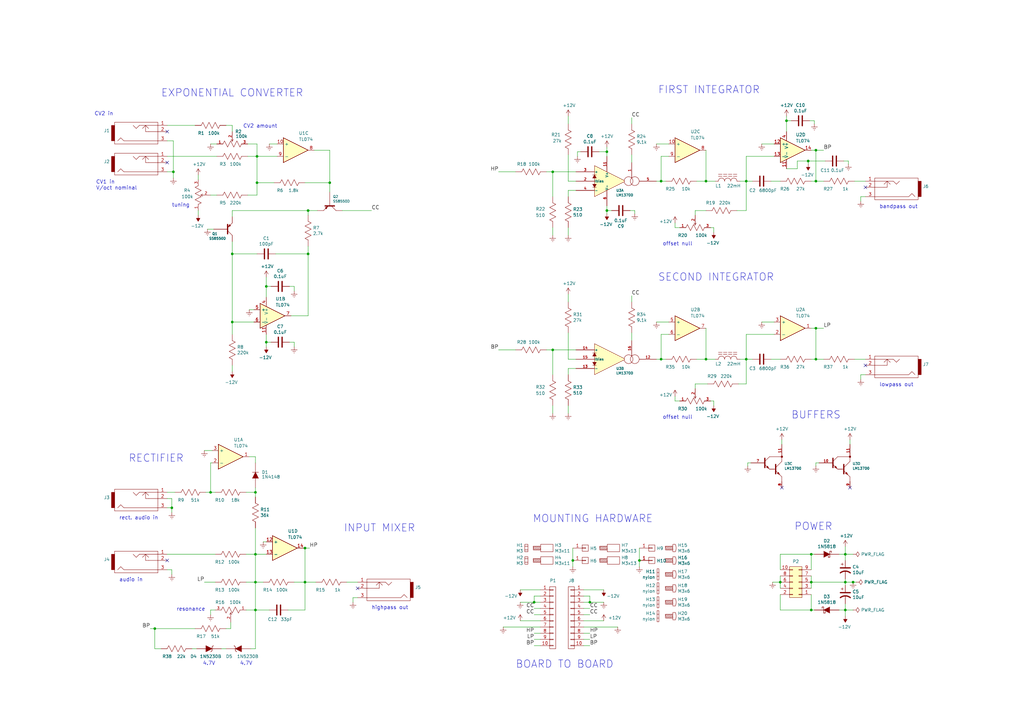
<source format=kicad_sch>
(kicad_sch (version 20211123) (generator eeschema)
  (paper "A3")
  (title_block (title "MSK 009 Coiler VCF") (comment 1 "$Id: coiler.kicad_sch 10098 2022-05-27 20:40:50Z mskala $"))
  (junction (at 226.695 70.485))
  (junction (at 71.12 70.485))
  (junction (at 126.365 86.36))
  (junction (at 306.07 74.295))
  (junction (at 334.645 74.295))
  (junction (at 104.775 250.19))
  (junction (at 104.775 227.33))
  (junction (at 332.74 227.33))
  (junction (at 219.075 247.015))
  (junction (at 104.775 238.76))
  (junction (at 346.71 238.76))
  (junction (at 349.885 238.76))
  (junction (at 346.71 250.19))
  (junction (at 332.74 250.19))
  (junction (at 105.41 64.135))
  (junction (at 289.56 147.32))
  (junction (at 306.07 147.32))
  (junction (at 271.145 147.32))
  (junction (at 95.25 132.08))
  (junction (at 109.22 117.475))
  (junction (at 125.095 224.79))
  (junction (at 104.775 201.93))
  (junction (at 226.695 143.51))
  (junction (at 70.485 208.28))
  (junction (at 262.255 229.87))
  (junction (at 109.22 140.335))
  (junction (at 135.255 74.93))
  (junction (at 125.095 238.76))
  (junction (at 271.145 74.295))
  (junction (at 334.645 147.32))
  (junction (at 105.41 74.93))
  (junction (at 63.5 257.81))
  (junction (at 332.74 238.76))
  (junction (at 95.25 104.14))
  (junction (at 248.92 86.36))
  (junction (at 322.58 49.53))
  (junction (at 234.95 229.87))
  (junction (at 289.56 74.295))
  (junction (at 334.645 61.595))
  (junction (at 126.365 104.14))
  (junction (at 331.47 66.04))
  (junction (at 248.92 62.23))
  (junction (at 346.71 227.33))
  (junction (at 241.935 247.015))
  (junction (at 320.04 238.76))
  (junction (at 334.645 134.62))
  (junction (at 86.36 201.93))
  (no_connect (at 354.965 149.86))
  (no_connect (at 320.675 200.025))
  (no_connect (at 68.58 229.87))
  (no_connect (at 348.615 200.025))
  (no_connect (at 354.965 76.835))
  (no_connect (at 68.58 53.975))
  (no_connect (at 146.685 241.3))
  (no_connect (at 68.58 66.675))
  (wire (pts (xy 276.86 162.56) (xy 276.86 164.465)))
  (wire (pts (xy 332.74 134.62) (xy 334.645 134.62)))
  (wire (pts (xy 125.095 224.79) (xy 127 224.79)))
  (wire (pts (xy 334.645 191.135) (xy 334.645 189.865)))
  (wire (pts (xy 353.06 153.67) (xy 354.965 153.67)))
  (wire (pts (xy 86.36 189.865) (xy 86.36 201.93)))
  (wire (pts (xy 317.5 137.16) (xy 306.07 137.16)))
  (wire (pts (xy 105.41 74.93) (xy 112.395 74.93)))
  (wire (pts (xy 289.56 134.62) (xy 289.56 147.32)))
  (wire (pts (xy 241.935 259.715) (xy 239.395 259.715)))
  (wire (pts (xy 213.36 254.635) (xy 221.615 254.635)))
  (wire (pts (xy 320.675 182.245) (xy 320.675 180.34)))
  (wire (pts (xy 239.395 244.475) (xy 241.935 244.475)))
  (wire (pts (xy 233.045 63.5) (xy 233.045 74.295)))
  (wire (pts (xy 109.22 140.335) (xy 109.22 142.24)))
  (wire (pts (xy 71.12 57.785) (xy 71.12 70.485)))
  (wire (pts (xy 332.74 147.32) (xy 334.645 147.32)))
  (wire (pts (xy 312.42 132.08) (xy 317.5 132.08)))
  (wire (pts (xy 86.995 189.865) (xy 86.36 189.865)))
  (wire (pts (xy 109.22 137.16) (xy 109.22 140.335)))
  (wire (pts (xy 291.465 164.465) (xy 292.735 164.465)))
  (wire (pts (xy 353.06 82.55) (xy 353.06 80.645)))
  (wire (pts (xy 110.49 59.055) (xy 113.665 59.055)))
  (wire (pts (xy 332.74 250.19) (xy 334.01 250.19)))
  (wire (pts (xy 269.24 147.32) (xy 271.145 147.32)))
  (wire (pts (xy 68.58 201.93) (xy 71.755 201.93)))
  (wire (pts (xy 109.22 113.665) (xy 109.22 117.475)))
  (wire (pts (xy 70.485 233.68) (xy 70.485 235.585)))
  (wire (pts (xy 248.92 84.455) (xy 248.92 86.36)))
  (wire (pts (xy 226.695 93.345) (xy 226.695 96.52)))
  (wire (pts (xy 135.255 74.93) (xy 125.095 74.93)))
  (wire (pts (xy 346.71 250.19) (xy 346.71 252.73)))
  (wire (pts (xy 101.6 64.135) (xy 105.41 64.135)))
  (wire (pts (xy 83.82 238.76) (xy 88.265 238.76)))
  (wire (pts (xy 332.74 74.295) (xy 334.645 74.295)))
  (wire (pts (xy 247.65 254.635) (xy 239.395 254.635)))
  (wire (pts (xy 120.65 140.335) (xy 120.65 142.24)))
  (wire (pts (xy 327.025 69.215) (xy 327.025 66.04)))
  (wire (pts (xy 285.115 159.385) (xy 285.115 157.48)))
  (wire (pts (xy 219.075 259.715) (xy 221.615 259.715)))
  (wire (pts (xy 334.645 147.32) (xy 337.82 147.32)))
  (wire (pts (xy 86.36 252.095) (xy 86.36 250.19)))
  (wire (pts (xy 271.145 64.135) (xy 271.145 74.295)))
  (wire (pts (xy 204.47 70.485) (xy 211.455 70.485)))
  (wire (pts (xy 105.41 74.93) (xy 105.41 80.01)))
  (wire (pts (xy 95.25 51.435) (xy 95.25 53.975)))
  (wire (pts (xy 233.045 153.67) (xy 233.045 151.13)))
  (wire (pts (xy 124.46 224.79) (xy 125.095 224.79)))
  (wire (pts (xy 68.58 64.135) (xy 88.9 64.135)))
  (wire (pts (xy 259.08 136.525) (xy 259.08 139.7)))
  (wire (pts (xy 271.145 147.32) (xy 273.05 147.32)))
  (wire (pts (xy 68.58 57.785) (xy 71.12 57.785)))
  (wire (pts (xy 306.07 137.16) (xy 306.07 147.32)))
  (wire (pts (xy 120.65 117.475) (xy 120.65 119.38)))
  (wire (pts (xy 303.53 147.32) (xy 306.07 147.32)))
  (wire (pts (xy 285.75 147.32) (xy 289.56 147.32)))
  (wire (pts (xy 233.045 93.345) (xy 233.045 96.52)))
  (wire (pts (xy 102.87 266.065) (xy 104.775 266.065)))
  (wire (pts (xy 219.075 247.015) (xy 221.615 247.015)))
  (wire (pts (xy 248.92 86.36) (xy 248.92 87.63)))
  (wire (pts (xy 61.595 257.81) (xy 63.5 257.81)))
  (wire (pts (xy 332.74 238.76) (xy 346.71 238.76)))
  (wire (pts (xy 109.22 117.475) (xy 109.22 121.92)))
  (wire (pts (xy 259.08 48.26) (xy 259.08 50.8)))
  (wire (pts (xy 105.41 80.01) (xy 101.6 80.01)))
  (wire (pts (xy 306.07 74.295) (xy 308.61 74.295)))
  (wire (pts (xy 291.465 93.345) (xy 292.735 93.345)))
  (wire (pts (xy 63.5 257.81) (xy 63.5 266.065)))
  (wire (pts (xy 302.26 86.36) (xy 306.07 86.36)))
  (wire (pts (xy 285.115 157.48) (xy 290.195 157.48)))
  (wire (pts (xy 262.255 229.87) (xy 262.255 232.41)))
  (wire (pts (xy 258.445 86.36) (xy 260.35 86.36)))
  (wire (pts (xy 320.04 238.76) (xy 320.04 241.3)))
  (wire (pts (xy 104.775 201.93) (xy 104.775 203.835)))
  (wire (pts (xy 322.58 49.53) (xy 322.58 53.975)))
  (wire (pts (xy 71.12 70.485) (xy 71.12 73.025)))
  (wire (pts (xy 274.32 137.16) (xy 271.145 137.16)))
  (wire (pts (xy 236.855 64.135) (xy 236.855 62.23)))
  (wire (pts (xy 233.045 166.37) (xy 233.045 169.545)))
  (wire (pts (xy 241.935 247.015) (xy 247.65 247.015)))
  (wire (pts (xy 332.105 49.53) (xy 334.01 49.53)))
  (wire (pts (xy 224.155 70.485) (xy 226.695 70.485)))
  (wire (pts (xy 125.095 224.79) (xy 125.095 238.76)))
  (wire (pts (xy 233.045 47.625) (xy 233.045 50.8)))
  (wire (pts (xy 292.735 93.345) (xy 292.735 95.25)))
  (wire (pts (xy 95.25 152.4) (xy 95.25 149.86)))
  (wire (pts (xy 332.74 61.595) (xy 334.645 61.595)))
  (wire (pts (xy 95.25 132.08) (xy 104.14 132.08)))
  (wire (pts (xy 219.075 252.095) (xy 221.615 252.095)))
  (wire (pts (xy 94.615 257.81) (xy 94.615 255.27)))
  (wire (pts (xy 289.56 74.295) (xy 293.37 74.295)))
  (wire (pts (xy 317.5 64.135) (xy 306.07 64.135)))
  (wire (pts (xy 102.235 127) (xy 104.14 127)))
  (wire (pts (xy 306.07 64.135) (xy 306.07 74.295)))
  (wire (pts (xy 68.58 51.435) (xy 80.01 51.435)))
  (wire (pts (xy 303.53 74.295) (xy 306.07 74.295)))
  (wire (pts (xy 233.045 151.13) (xy 236.22 151.13)))
  (wire (pts (xy 105.41 64.135) (xy 105.41 74.93)))
  (wire (pts (xy 86.36 59.055) (xy 88.9 59.055)))
  (wire (pts (xy 111.125 140.335) (xy 109.22 140.335)))
  (wire (pts (xy 269.24 132.08) (xy 274.32 132.08)))
  (wire (pts (xy 285.75 74.295) (xy 289.56 74.295)))
  (wire (pts (xy 260.35 86.36) (xy 260.35 87.63)))
  (wire (pts (xy 259.08 63.5) (xy 259.08 66.675)))
  (wire (pts (xy 241.935 264.795) (xy 239.395 264.795)))
  (wire (pts (xy 334.645 61.595) (xy 337.82 61.595)))
  (wire (pts (xy 285.115 88.265) (xy 285.115 86.36)))
  (wire (pts (xy 104.775 250.19) (xy 100.965 250.19)))
  (wire (pts (xy 104.775 227.33) (xy 104.775 238.76)))
  (wire (pts (xy 346.71 250.19) (xy 349.885 250.19)))
  (wire (pts (xy 233.045 120.65) (xy 233.045 123.825)))
  (wire (pts (xy 306.705 189.865) (xy 307.975 189.865)))
  (wire (pts (xy 144.78 247.015) (xy 144.78 245.11)))
  (wire (pts (xy 226.695 70.485) (xy 236.22 70.485)))
  (wire (pts (xy 233.045 78.105) (xy 236.22 78.105)))
  (wire (pts (xy 334.645 134.62) (xy 337.82 134.62)))
  (wire (pts (xy 118.745 140.335) (xy 120.65 140.335)))
  (wire (pts (xy 107.95 222.25) (xy 109.22 222.25)))
  (wire (pts (xy 140.335 86.36) (xy 152.4 86.36)))
  (wire (pts (xy 346.71 238.76) (xy 349.885 238.76)))
  (wire (pts (xy 70.485 208.28) (xy 70.485 210.185)))
  (wire (pts (xy 262.255 224.79) (xy 262.255 229.87)))
  (wire (pts (xy 226.695 153.67) (xy 226.695 143.51)))
  (wire (pts (xy 120.65 238.76) (xy 125.095 238.76)))
  (wire (pts (xy 248.92 62.23) (xy 248.92 64.135)))
  (wire (pts (xy 219.075 262.255) (xy 221.615 262.255)))
  (wire (pts (xy 100.965 201.93) (xy 104.775 201.93)))
  (wire (pts (xy 95.25 86.36) (xy 95.25 88.9)))
  (wire (pts (xy 95.25 99.06) (xy 95.25 104.14)))
  (wire (pts (xy 233.045 80.645) (xy 233.045 78.105)))
  (wire (pts (xy 86.36 201.93) (xy 88.265 201.93)))
  (wire (pts (xy 135.255 74.93) (xy 135.255 78.74)))
  (wire (pts (xy 346.71 237.49) (xy 346.71 238.76)))
  (wire (pts (xy 234.95 229.87) (xy 234.95 232.41)))
  (wire (pts (xy 104.775 250.19) (xy 110.49 250.19)))
  (wire (pts (xy 332.74 243.84) (xy 332.74 250.19)))
  (wire (pts (xy 344.17 250.19) (xy 346.71 250.19)))
  (wire (pts (xy 289.56 61.595) (xy 289.56 74.295)))
  (wire (pts (xy 334.645 189.865) (xy 335.915 189.865)))
  (wire (pts (xy 86.36 80.01) (xy 88.9 80.01)))
  (wire (pts (xy 68.58 70.485) (xy 71.12 70.485)))
  (wire (pts (xy 126.365 88.265) (xy 126.365 86.36)))
  (wire (pts (xy 125.095 238.76) (xy 129.54 238.76)))
  (wire (pts (xy 320.04 236.22) (xy 320.04 238.76)))
  (wire (pts (xy 344.17 227.33) (xy 346.71 227.33)))
  (wire (pts (xy 84.455 201.93) (xy 86.36 201.93)))
  (wire (pts (xy 128.905 61.595) (xy 135.255 61.595)))
  (wire (pts (xy 316.23 74.295) (xy 320.04 74.295)))
  (wire (pts (xy 126.365 100.965) (xy 126.365 104.14)))
  (wire (pts (xy 70.485 204.47) (xy 70.485 208.28)))
  (wire (pts (xy 81.28 73.66) (xy 81.28 71.755)))
  (wire (pts (xy 104.775 238.76) (xy 104.775 250.19)))
  (wire (pts (xy 78.74 266.065) (xy 80.645 266.065)))
  (wire (pts (xy 274.32 64.135) (xy 271.145 64.135)))
  (wire (pts (xy 349.885 238.76) (xy 351.155 238.76)))
  (wire (pts (xy 219.075 244.475) (xy 219.075 247.015)))
  (wire (pts (xy 104.775 227.33) (xy 109.22 227.33)))
  (wire (pts (xy 92.71 51.435) (xy 95.25 51.435)))
  (wire (pts (xy 312.42 59.055) (xy 317.5 59.055)))
  (wire (pts (xy 118.11 250.19) (xy 125.095 250.19)))
  (wire (pts (xy 63.5 257.81) (xy 80.01 257.81)))
  (wire (pts (xy 63.5 266.065) (xy 66.04 266.065)))
  (wire (pts (xy 285.115 86.36) (xy 289.56 86.36)))
  (wire (pts (xy 346.075 66.04) (xy 347.98 66.04)))
  (wire (pts (xy 68.58 208.28) (xy 70.485 208.28)))
  (wire (pts (xy 111.125 117.475) (xy 109.22 117.475)))
  (wire (pts (xy 331.47 66.04) (xy 331.47 67.31)))
  (wire (pts (xy 276.86 93.345) (xy 278.765 93.345)))
  (wire (pts (xy 253.365 257.175) (xy 239.395 257.175)))
  (wire (pts (xy 350.52 147.32) (xy 354.965 147.32)))
  (wire (pts (xy 68.58 233.68) (xy 70.485 233.68)))
  (wire (pts (xy 95.25 104.14) (xy 95.25 132.08)))
  (wire (pts (xy 353.06 80.645) (xy 354.965 80.645)))
  (wire (pts (xy 224.155 143.51) (xy 226.695 143.51)))
  (wire (pts (xy 327.025 66.04) (xy 331.47 66.04)))
  (wire (pts (xy 350.52 74.295) (xy 354.965 74.295)))
  (wire (pts (xy 306.705 191.135) (xy 306.705 189.865)))
  (wire (pts (xy 306.07 86.36) (xy 306.07 74.295)))
  (wire (pts (xy 334.645 61.595) (xy 334.645 74.295)))
  (wire (pts (xy 68.58 227.33) (xy 88.265 227.33)))
  (wire (pts (xy 126.365 129.54) (xy 119.38 129.54)))
  (wire (pts (xy 348.615 182.245) (xy 348.615 180.34)))
  (wire (pts (xy 226.695 143.51) (xy 236.22 143.51)))
  (wire (pts (xy 81.28 86.36) (xy 81.28 88.265)))
  (wire (pts (xy 241.935 262.255) (xy 239.395 262.255)))
  (wire (pts (xy 320.04 250.19) (xy 320.04 243.84)))
  (wire (pts (xy 320.04 233.68) (xy 320.04 227.33)))
  (wire (pts (xy 233.045 136.525) (xy 233.045 147.32)))
  (wire (pts (xy 95.25 132.08) (xy 95.25 137.16)))
  (wire (pts (xy 92.71 257.81) (xy 94.615 257.81)))
  (wire (pts (xy 234.95 224.79) (xy 234.95 229.87)))
  (wire (pts (xy 289.56 147.32) (xy 293.37 147.32)))
  (wire (pts (xy 332.74 236.22) (xy 332.74 238.76)))
  (wire (pts (xy 346.71 247.65) (xy 346.71 250.19)))
  (wire (pts (xy 259.08 121.285) (xy 259.08 123.825)))
  (wire (pts (xy 332.74 233.68) (xy 332.74 227.33)))
  (wire (pts (xy 241.935 244.475) (xy 241.935 247.015)))
  (wire (pts (xy 126.365 104.14) (xy 126.365 129.54)))
  (wire (pts (xy 302.895 157.48) (xy 306.07 157.48)))
  (wire (pts (xy 347.98 66.04) (xy 347.98 67.31)))
  (wire (pts (xy 320.04 227.33) (xy 332.74 227.33)))
  (wire (pts (xy 306.07 147.32) (xy 308.61 147.32)))
  (wire (pts (xy 233.045 147.32) (xy 236.22 147.32)))
  (wire (pts (xy 101.6 59.055) (xy 105.41 59.055)))
  (wire (pts (xy 334.01 49.53) (xy 334.01 50.8)))
  (wire (pts (xy 95.25 86.36) (xy 126.365 86.36)))
  (wire (pts (xy 241.935 249.555) (xy 239.395 249.555)))
  (wire (pts (xy 250.825 86.36) (xy 248.92 86.36)))
  (wire (pts (xy 135.255 61.595) (xy 135.255 74.93)))
  (wire (pts (xy 271.145 137.16) (xy 271.145 147.32)))
  (wire (pts (xy 332.74 238.76) (xy 332.74 241.3)))
  (wire (pts (xy 292.735 164.465) (xy 292.735 166.37)))
  (wire (pts (xy 105.41 64.135) (xy 113.665 64.135)))
  (wire (pts (xy 233.045 74.295) (xy 236.22 74.295)))
  (wire (pts (xy 105.41 59.055) (xy 105.41 64.135)))
  (wire (pts (xy 316.23 147.32) (xy 320.04 147.32)))
  (wire (pts (xy 239.395 247.015) (xy 241.935 247.015)))
  (wire (pts (xy 276.86 164.465) (xy 278.765 164.465)))
  (wire (pts (xy 219.075 264.795) (xy 221.615 264.795)))
  (wire (pts (xy 271.145 74.295) (xy 273.05 74.295)))
  (wire (pts (xy 346.71 238.76) (xy 346.71 240.03)))
  (wire (pts (xy 206.375 257.175) (xy 221.615 257.175)))
  (wire (pts (xy 306.07 157.48) (xy 306.07 147.32)))
  (wire (pts (xy 353.06 155.575) (xy 353.06 153.67)))
  (wire (pts (xy 85.09 93.98) (xy 87.63 93.98)))
  (wire (pts (xy 144.78 245.11) (xy 146.685 245.11)))
  (wire (pts (xy 332.74 227.33) (xy 334.01 227.33)))
  (wire (pts (xy 247.65 241.935) (xy 239.395 241.935)))
  (wire (pts (xy 104.775 266.065) (xy 104.775 250.19)))
  (wire (pts (xy 334.645 134.62) (xy 334.645 147.32)))
  (wire (pts (xy 104.775 200.025) (xy 104.775 201.93)))
  (wire (pts (xy 104.775 216.535) (xy 104.775 227.33)))
  (wire (pts (xy 346.71 224.155) (xy 346.71 227.33)))
  (wire (pts (xy 126.365 86.36) (xy 130.175 86.36)))
  (wire (pts (xy 316.865 238.76) (xy 320.04 238.76)))
  (wire (pts (xy 320.04 250.19) (xy 332.74 250.19)))
  (wire (pts (xy 322.58 47.625) (xy 322.58 49.53)))
  (wire (pts (xy 100.965 227.33) (xy 104.775 227.33)))
  (wire (pts (xy 346.71 227.33) (xy 346.71 229.87)))
  (wire (pts (xy 324.485 49.53) (xy 322.58 49.53)))
  (wire (pts (xy 213.36 247.015) (xy 219.075 247.015)))
  (wire (pts (xy 322.58 69.215) (xy 327.025 69.215)))
  (wire (pts (xy 113.03 104.14) (xy 126.365 104.14)))
  (wire (pts (xy 213.36 241.935) (xy 221.615 241.935)))
  (wire (pts (xy 269.24 59.055) (xy 274.32 59.055)))
  (wire (pts (xy 236.855 62.23) (xy 238.125 62.23)))
  (wire (pts (xy 269.24 74.295) (xy 271.145 74.295)))
  (wire (pts (xy 90.805 266.065) (xy 92.71 266.065)))
  (wire (pts (xy 241.935 252.095) (xy 239.395 252.095)))
  (wire (pts (xy 276.86 91.44) (xy 276.86 93.345)))
  (wire (pts (xy 346.71 227.33) (xy 349.885 227.33)))
  (wire (pts (xy 331.47 66.04) (xy 338.455 66.04)))
  (wire (pts (xy 104.775 187.325) (xy 104.775 189.865)))
  (wire (pts (xy 245.745 62.23) (xy 248.92 62.23)))
  (wire (pts (xy 334.645 74.295) (xy 337.82 74.295)))
  (wire (pts (xy 142.24 238.76) (xy 146.685 238.76)))
  (wire (pts (xy 219.075 249.555) (xy 221.615 249.555)))
  (wire (pts (xy 104.775 238.76) (xy 107.95 238.76)))
  (wire (pts (xy 118.745 117.475) (xy 120.65 117.475)))
  (wire (pts (xy 68.58 204.47) (xy 70.485 204.47)))
  (wire (pts (xy 100.965 238.76) (xy 104.775 238.76)))
  (wire (pts (xy 83.82 184.785) (xy 86.995 184.785)))
  (wire (pts (xy 102.235 187.325) (xy 104.775 187.325)))
  (wire (pts (xy 204.47 143.51) (xy 211.455 143.51)))
  (wire (pts (xy 248.92 60.325) (xy 248.92 62.23)))
  (wire (pts (xy 226.695 80.645) (xy 226.695 70.485)))
  (wire (pts (xy 86.36 250.19) (xy 88.265 250.19)))
  (wire (pts (xy 221.615 244.475) (xy 219.075 244.475)))
  (wire (pts (xy 105.41 104.14) (xy 95.25 104.14)))
  (wire (pts (xy 125.095 250.19) (xy 125.095 238.76)))
  (wire (pts (xy 226.695 166.37) (xy 226.695 169.545)))
  (text "POWER" (at 325.755 217.805 0) (effects (font (size 3.048 3.048)) (justify left bottom)))
  (text "RECTIFIER" (at 52.705 189.865 0) (effects (font (size 3.048 3.048)) (justify left bottom)))
  (text "MOUNTING HARDWARE" (at 218.44 214.63 0) (effects (font (size 3.048 3.048)) (justify left bottom)))
  (text "EXPONENTIAL CONVERTER" (at 66.04 40.005 0) (effects (font (size 3.048 3.048)) (justify left bottom)))
  (text "CV1 in\nV/oct nominal" (at 39.37 78.105 0) (effects (font (size 1.524 1.524)) (justify left bottom)))
  (text "CV2 in" (at 38.735 47.625 0) (effects (font (size 1.524 1.524)) (justify left bottom)))
  (text "rect. audio in" (at 48.895 213.36 0) (effects (font (size 1.524 1.524)) (justify left bottom)))
  (text "audio in" (at 48.895 238.76 0) (effects (font (size 1.524 1.524)) (justify left bottom)))
  (text "4.7V" (at 98.425 273.05 0) (effects (font (size 1.524 1.524)) (justify left bottom)))
  (text "bandpass out" (at 360.68 85.725 0) (effects (font (size 1.524 1.524)) (justify left bottom)))
  (text "4.7V" (at 83.185 273.05 0) (effects (font (size 1.524 1.524)) (justify left bottom)))
  (text "SECOND INTEGRATOR" (at 269.875 115.57 0) (effects (font (size 3.048 3.048)) (justify left bottom)))
  (text "highpass out" (at 152.4 250.19 0) (effects (font (size 1.524 1.524)) (justify left bottom)))
  (text "tuning" (at 70.485 85.09 0) (effects (font (size 1.524 1.524)) (justify left bottom)))
  (text "CV2 amount" (at 99.695 52.705 0) (effects (font (size 1.524 1.524)) (justify left bottom)))
  (text "FIRST INTEGRATOR" (at 269.875 38.735 0) (effects (font (size 3.048 3.048)) (justify left bottom)))
  (text "lowpass out" (at 360.68 158.75 0) (effects (font (size 1.524 1.524)) (justify left bottom)))
  (text "BUFFERS" (at 324.485 172.085 0) (effects (font (size 3.048 3.048)) (justify left bottom)))
  (text "resonance" (at 72.39 250.825 0) (effects (font (size 1.524 1.524)) (justify left bottom)))
  (text "INPUT MIXER" (at 140.97 218.44 0) (effects (font (size 3.048 3.048)) (justify left bottom)))
  (text "offset null" (at 271.78 172.085 0) (effects (font (size 1.524 1.524)) (justify left bottom)))
  (text "offset null" (at 271.78 100.965 0) (effects (font (size 1.524 1.524)) (justify left bottom)))
  (text "BOARD TO BOARD" (at 211.455 274.32 0) (effects (font (size 3.048 3.048)) (justify left bottom)))
  (label "HP" (at 204.47 70.485 180) (effects (font (size 1.524 1.524))))
  (label "BP" (at 219.075 264.795 180) (effects (font (size 1.524 1.524))))
  (label "CC" (at 259.08 121.285 0) (effects (font (size 1.524 1.524))))
  (label "BP" (at 204.47 143.51 180) (effects (font (size 1.524 1.524))))
  (label "HP" (at 241.935 259.715 0) (effects (font (size 1.524 1.524))))
  (label "CC" (at 152.4 86.36 0) (effects (font (size 1.524 1.524))))
  (label "CC" (at 219.075 249.555 180) (effects (font (size 1.524 1.524))))
  (label "LP" (at 337.82 134.62 0) (effects (font (size 1.524 1.524))))
  (label "CC" (at 241.935 249.555 0) (effects (font (size 1.524 1.524))))
  (label "BP" (at 337.82 61.595 0) (effects (font (size 1.524 1.524))))
  (label "HP" (at 127 224.79 0) (effects (font (size 1.524 1.524))))
  (label "CC" (at 219.075 252.095 180) (effects (font (size 1.524 1.524))))
  (label "LP" (at 241.935 262.255 0) (effects (font (size 1.524 1.524))))
  (label "LP" (at 83.82 238.76 180) (effects (font (size 1.524 1.524))))
  (label "BP" (at 61.595 257.81 180) (effects (font (size 1.524 1.524))))
  (label "BP" (at 241.935 264.795 0) (effects (font (size 1.524 1.524))))
  (label "CC" (at 241.935 252.095 0) (effects (font (size 1.524 1.524))))
  (label "LP" (at 219.075 262.255 180) (effects (font (size 1.524 1.524))))
  (label "HP" (at 219.075 259.715 180) (effects (font (size 1.524 1.524))))
  (label "CC" (at 259.08 48.26 0) (effects (font (size 1.524 1.524))))
  (symbol (lib_id "mskala:-12V") (at 95.25 152.4 180) (unit 1)
    (property "Reference" "#PWR010" (effects hide))
    (property "Value" "-12V" (at 94.869 156.7942 0))
  )
  (symbol (lib_id "mskala:QuadOpAmp_v6") (at 121.285 61.595 0) (unit 3)
    (property "Reference" "U1" (at 122.555 54.61 0) (effects (justify left)))
    (property "Value" "TL074" (at 122.555 57.15 0) (effects (justify left)))
    (property "Footprint" "mskala:DIP14msk" (effects hide))
  )
  (symbol (lib_id "mskala:QuadOpAmp_v6") (at 111.76 129.54 0) (unit 2)
    (property "Reference" "U1" (at 113.03 122.555 0) (effects (justify left)))
    (property "Value" "TL074" (at 113.03 125.095 0) (effects (justify left)))
    (property "Footprint" "mskala:DIP14msk" (effects hide))
  )
  (symbol (lib_id "mskala:PN200A") (at 92.71 93.98 0) (mirror x) (unit 1)
    (property "Reference" "Q1" (at 86.995 95.885 0) (effects (font (size 1.016 1.016)) (justify left)))
    (property "Value" "SS8550D" (at 85.725 97.79 0) (effects (font (size 1.016 1.016)) (justify left)))
    (property "Footprint" "mskala:TO92Xmsk" (effects hide))
  )
  (symbol (lib_id "mskala:PN200A") (at 135.255 83.82 270) (unit 1)
    (property "Reference" "Q2" (at 136.525 80.645 90) (effects (font (size 1.016 1.016)) (justify left)))
    (property "Value" "SS8550D" (at 136.525 82.55 90) (effects (font (size 1.016 1.016)) (justify left)))
    (property "Footprint" "mskala:TO92Xmsk" (effects hide))
  )
  (symbol (lib_id "mskala:RUS") (at 126.365 94.615 270) (unit 1)
    (property "Reference" "R7" (at 128.3462 93.4466 90) (effects (justify left)))
    (property "Value" "2.7k" (at 128.3462 95.758 90) (effects (justify left)))
    (property "Footprint" "mskala:R4valmsk" (effects hide))
  )
  (symbol (lib_id "mskala:RUS") (at 118.745 74.93 180) (unit 1)
    (property "Reference" "R6" (at 116.205 78.105 0) (effects (justify left)))
    (property "Value" "1.8k" (at 122.555 78.105 0) (effects (justify left)))
    (property "Footprint" "mskala:R4valmsk" (effects hide))
  )
  (symbol (lib_id "mskala:GNDREF") (at 102.235 127 0) (unit 1)
    (property "Reference" "#PWR011" (effects hide))
    (property "Value" "GNDREF" (effects hide))
  )
  (symbol (lib_id "mskala:C") (at 109.22 104.14 270) (unit 1)
    (property "Reference" "C1" (at 109.22 97.7392 90))
    (property "Value" "100pF" (at 109.22 100.0506 90))
    (property "Footprint" "mskala:C2msk" (effects hide))
  )
  (symbol (lib_id "mskala:RUS") (at 95.25 143.51 270) (unit 1)
    (property "Reference" "R8" (at 97.2312 142.3416 90) (effects (justify left)))
    (property "Value" "220k" (at 97.2312 144.653 90) (effects (justify left)))
    (property "Footprint" "mskala:R4valmsk" (effects hide))
  )
  (symbol (lib_id "mskala:GNDREF") (at 85.09 93.98 0) (unit 1)
    (property "Reference" "#PWR07" (effects hide))
    (property "Value" "GNDREF" (effects hide))
  )
  (symbol (lib_id "mskala:RUS") (at 95.25 80.01 180) (unit 1)
    (property "Reference" "R5" (at 92.71 83.185 0) (effects (justify left)))
    (property "Value" "220k" (at 99.06 83.185 0) (effects (justify left)))
    (property "Footprint" "mskala:R4valmsk" (effects hide))
  )
  (symbol (lib_id "mskala:RUS") (at 95.25 64.135 180) (unit 1)
    (property "Reference" "R3" (at 92.71 67.31 0) (effects (justify left)))
    (property "Value" "100k" (at 99.06 67.31 0) (effects (justify left)))
    (property "Footprint" "mskala:R4valmsk" (effects hide))
  )
  (symbol (lib_id "mskala:POTUS") (at 95.25 59.055 0) (unit 1)
    (property "Reference" "R2" (at 97.79 53.975 0))
    (property "Value" "100k" (at 99.06 55.88 0))
    (property "Footprint" "mskala:P260Tpot" (effects hide))
  )
  (symbol (lib_id "mskala:POTUS") (at 81.28 80.01 270) (mirror x) (unit 1)
    (property "Reference" "R4" (at 78.105 78.105 90) (effects (justify right)))
    (property "Value" "100k" (at 76.835 80.645 90))
    (property "Footprint" "mskala:P260Tpot" (effects hide))
  )
  (symbol (lib_id "mskala:RUS") (at 86.36 51.435 180) (unit 1)
    (property "Reference" "R1" (at 83.82 54.61 0) (effects (justify left)))
    (property "Value" "100k" (at 90.17 54.61 0) (effects (justify left)))
    (property "Footprint" "mskala:R4valmsk" (effects hide))
  )
  (symbol (lib_id "mskala:GNDREF") (at 110.49 59.055 0) (unit 1)
    (property "Reference" "#PWR015" (effects hide))
    (property "Value" "GNDREF" (effects hide))
  )
  (symbol (lib_id "mskala:-12V") (at 81.28 88.265 180) (unit 1)
    (property "Reference" "#PWR05" (effects hide))
    (property "Value" "-12V" (at 80.899 92.6592 0))
  )
  (symbol (lib_id "mskala:+12V") (at 81.28 71.755 0) (unit 1)
    (property "Reference" "#PWR04" (effects hide))
    (property "Value" "+12V" (at 81.661 67.3608 0))
  )
  (symbol (lib_id "mskala:GNDREF") (at 86.36 59.055 0) (unit 1)
    (property "Reference" "#PWR08" (effects hide))
    (property "Value" "GNDREF" (effects hide))
  )
  (symbol (lib_id "mskala:LM13700_v6") (at 241.3 74.295 0) (unit 1)
    (property "Reference" "U3" (at 252.73 78.105 0) (effects (font (size 1.016 1.016)) (justify left)))
    (property "Value" "LM13700" (at 252.73 80.01 0) (effects (font (size 1.016 1.016)) (justify left)))
    (property "Footprint" "mskala:DIP16msk" (effects hide))
  )
  (symbol (lib_id "mskala:QuadOpAmp_v6") (at 281.94 61.595 0) (unit 3)
    (property "Reference" "U2" (at 283.21 53.975 0) (effects (justify left)))
    (property "Value" "TL074" (at 283.21 56.515 0) (effects (justify left)))
    (property "Footprint" "mskala:DIP14msk" (effects hide))
  )
  (symbol (lib_id "mskala:QuadOpAmp_v6") (at 325.12 61.595 0) (unit 4)
    (property "Reference" "U2" (at 326.39 55.245 0) (effects (justify left)))
    (property "Value" "TL074" (at 326.39 57.785 0) (effects (justify left)))
    (property "Footprint" "mskala:DIP14msk" (effects hide))
  )
  (symbol (lib_id "mskala:RUS") (at 279.4 74.295 180) (unit 1)
    (property "Reference" "R25" (at 276.86 77.47 0) (effects (justify left)))
    (property "Value" "10k" (at 283.21 77.47 0) (effects (justify left)))
    (property "Footprint" "mskala:R4valmsk" (effects hide))
  )
  (symbol (lib_id "mskala:RUS") (at 326.39 74.295 180) (unit 1)
    (property "Reference" "R26" (at 323.85 77.47 0) (effects (justify left)))
    (property "Value" "27k" (at 330.2 77.47 0) (effects (justify left)))
    (property "Footprint" "mskala:R4valmsk" (effects hide))
  )
  (symbol (lib_id "mskala:RUS") (at 233.045 57.15 270) (unit 1)
    (property "Reference" "R21" (at 226.06 55.245 90) (effects (justify left)))
    (property "Value" "27k" (at 226.695 57.785 90) (effects (justify left)))
    (property "Footprint" "mskala:R4valmsk" (effects hide))
  )
  (symbol (lib_id "mskala:RUS") (at 259.08 57.15 270) (unit 1)
    (property "Reference" "R24" (at 261.0612 55.9816 90) (effects (justify left)))
    (property "Value" "9.1k" (at 261.0612 58.293 90) (effects (justify left)))
    (property "Footprint" "mskala:R4valmsk" (effects hide))
  )
  (symbol (lib_id "mskala:RUS") (at 233.045 86.995 270) (unit 1)
    (property "Reference" "R23" (at 235.0262 85.8266 90) (effects (justify left)))
    (property "Value" "510" (at 235.0262 88.138 90) (effects (justify left)))
    (property "Footprint" "mskala:R4valmsk" (effects hide))
  )
  (symbol (lib_id "mskala:RUS") (at 226.695 86.995 270) (unit 1)
    (property "Reference" "R22" (at 219.71 85.725 90) (effects (justify left)))
    (property "Value" "510" (at 219.71 88.265 90) (effects (justify left)))
    (property "Footprint" "mskala:R4valmsk" (effects hide))
  )
  (symbol (lib_id "mskala:RUS") (at 295.91 86.36 180) (unit 1)
    (property "Reference" "R19" (at 293.37 83.185 0) (effects (justify left)))
    (property "Value" "220k" (at 299.72 83.185 0) (effects (justify left)))
    (property "Footprint" "mskala:R4valmsk" (effects hide))
  )
  (symbol (lib_id "mskala:RUS") (at 217.805 70.485 180) (unit 1)
    (property "Reference" "R18" (at 215.9 67.31 0) (effects (justify left)))
    (property "Value" "100k" (at 221.615 67.31 0) (effects (justify left)))
    (property "Footprint" "mskala:R4valmsk" (effects hide))
  )
  (symbol (lib_id "mskala:POTUS") (at 285.115 93.345 0) (unit 1)
    (property "Reference" "R20" (at 281.94 96.52 0) (effects (justify right)))
    (property "Value" "100k" (at 287.655 96.52 0))
    (property "Footprint" "mskala:3386Pmsk" (effects hide))
  )
  (symbol (lib_id "mskala:C") (at 312.42 74.295 270) (unit 1)
    (property "Reference" "C2" (at 308.61 78.105 90))
    (property "Value" "6800pF" (at 314.96 78.105 90))
    (property "Footprint" "mskala:C2_3x2msk" (effects hide))
  )
  (symbol (lib_id "mskala:RUS") (at 344.17 74.295 180) (unit 1)
    (property "Reference" "R27" (at 341.63 77.47 0) (effects (justify left)))
    (property "Value" "1k" (at 347.98 77.47 0) (effects (justify left)))
    (property "Footprint" "mskala:R4valmsk" (effects hide))
  )
  (symbol (lib_id "mskala:+12V") (at 233.045 47.625 0) (unit 1)
    (property "Reference" "#PWR029" (effects hide))
    (property "Value" "+12V" (at 233.426 43.2308 0))
  )
  (symbol (lib_id "mskala:+12V") (at 276.86 91.44 0) (unit 1)
    (property "Reference" "#PWR019" (effects hide))
    (property "Value" "+12V" (at 273.05 90.805 0))
  )
  (symbol (lib_id "mskala:-12V") (at 292.735 95.25 180) (unit 1)
    (property "Reference" "#PWR022" (effects hide))
    (property "Value" "-12V" (at 292.354 99.6442 0))
  )
  (symbol (lib_id "mskala:CHOKE") (at 298.45 74.295 0) (unit 1)
    (property "Reference" "L1" (at 294.64 76.2 0))
    (property "Value" "22mH" (at 300.99 76.2 0))
    (property "Footprint" "mskala:L8msk" (effects hide))
  )
  (symbol (lib_id "mskala:GNDREF") (at 233.045 96.52 0) (unit 1)
    (property "Reference" "#PWR030" (effects hide))
    (property "Value" "GNDREF" (effects hide))
  )
  (symbol (lib_id "mskala:GNDREF") (at 226.695 96.52 0) (unit 1)
    (property "Reference" "#PWR027" (effects hide))
    (property "Value" "GNDREF" (effects hide))
  )
  (symbol (lib_id "mskala:GNDREF") (at 269.24 59.055 0) (unit 1)
    (property "Reference" "#PWR043" (effects hide))
    (property "Value" "GNDREF" (effects hide))
  )
  (symbol (lib_id "mskala:GNDREF") (at 312.42 59.055 0) (unit 1)
    (property "Reference" "#PWR049" (effects hide))
    (property "Value" "GNDREF" (effects hide))
  )
  (symbol (lib_id "mskala:LM13700_v6") (at 241.3 147.32 0) (unit 2)
    (property "Reference" "U3" (at 252.73 151.13 0) (effects (font (size 1.016 1.016)) (justify left)))
    (property "Value" "LM13700" (at 252.73 153.035 0) (effects (font (size 1.016 1.016)) (justify left)))
    (property "Footprint" "mskala:DIP16msk" (effects hide))
  )
  (symbol (lib_id "mskala:QuadOpAmp_v6") (at 281.94 134.62 0) (unit 2)
    (property "Reference" "U2" (at 283.21 127 0) (effects (justify left)))
    (property "Value" "TL074" (at 283.21 129.54 0) (effects (justify left)))
    (property "Footprint" "mskala:DIP14msk" (effects hide))
  )
  (symbol (lib_id "mskala:QuadOpAmp_v6") (at 325.12 134.62 0) (unit 1)
    (property "Reference" "U2" (at 326.39 127 0) (effects (justify left)))
    (property "Value" "TL074" (at 326.39 129.54 0) (effects (justify left)))
    (property "Footprint" "mskala:DIP14msk" (effects hide))
  )
  (symbol (lib_id "mskala:RUS") (at 279.4 147.32 180) (unit 1)
    (property "Reference" "R35" (at 276.86 150.495 0) (effects (justify left)))
    (property "Value" "10k" (at 283.21 150.495 0) (effects (justify left)))
    (property "Footprint" "mskala:R4valmsk" (effects hide))
  )
  (symbol (lib_id "mskala:RUS") (at 326.39 147.32 180) (unit 1)
    (property "Reference" "R36" (at 323.85 150.495 0) (effects (justify left)))
    (property "Value" "27k" (at 330.2 150.495 0) (effects (justify left)))
    (property "Footprint" "mskala:R4valmsk" (effects hide))
  )
  (symbol (lib_id "mskala:RUS") (at 233.045 130.175 270) (unit 1)
    (property "Reference" "R31" (at 235.0262 129.0066 90) (effects (justify left)))
    (property "Value" "27k" (at 235.0262 131.318 90) (effects (justify left)))
    (property "Footprint" "mskala:R4valmsk" (effects hide))
  )
  (symbol (lib_id "mskala:RUS") (at 259.08 130.175 270) (unit 1)
    (property "Reference" "R34" (at 261.0612 129.0066 90) (effects (justify left)))
    (property "Value" "9.1k" (at 261.0612 131.318 90) (effects (justify left)))
    (property "Footprint" "mskala:R4valmsk" (effects hide))
  )
  (symbol (lib_id "mskala:RUS") (at 233.045 160.02 270) (unit 1)
    (property "Reference" "R33" (at 235.0262 158.8516 90) (effects (justify left)))
    (property "Value" "510" (at 235.0262 161.163 90) (effects (justify left)))
    (property "Footprint" "mskala:R4valmsk" (effects hide))
  )
  (symbol (lib_id "mskala:RUS") (at 226.695 160.02 270) (unit 1)
    (property "Reference" "R32" (at 219.71 158.75 90) (effects (justify left)))
    (property "Value" "510" (at 219.71 161.29 90) (effects (justify left)))
    (property "Footprint" "mskala:R4valmsk" (effects hide))
  )
  (symbol (lib_id "mskala:RUS") (at 296.545 157.48 180) (unit 1)
    (property "Reference" "R29" (at 294.005 154.305 0) (effects (justify left)))
    (property "Value" "220k" (at 300.355 154.305 0) (effects (justify left)))
    (property "Footprint" "mskala:R4valmsk" (effects hide))
  )
  (symbol (lib_id "mskala:RUS") (at 217.805 143.51 180) (unit 1)
    (property "Reference" "R28" (at 215.9 140.335 0) (effects (justify left)))
    (property "Value" "100k" (at 221.615 140.335 0) (effects (justify left)))
    (property "Footprint" "mskala:R4valmsk" (effects hide))
  )
  (symbol (lib_id "mskala:POTUS") (at 285.115 164.465 0) (unit 1)
    (property "Reference" "R30" (at 281.94 167.64 0) (effects (justify right)))
    (property "Value" "100k" (at 287.655 167.64 0))
    (property "Footprint" "mskala:3386Pmsk" (effects hide))
  )
  (symbol (lib_id "mskala:C") (at 312.42 147.32 270) (unit 1)
    (property "Reference" "C3" (at 308.61 151.13 90))
    (property "Value" "6800pF" (at 314.96 151.13 90))
    (property "Footprint" "mskala:C2_3x2msk" (effects hide))
  )
  (symbol (lib_id "mskala:RUS") (at 344.17 147.32 180) (unit 1)
    (property "Reference" "R37" (at 341.63 150.495 0) (effects (justify left)))
    (property "Value" "1k" (at 347.98 150.495 0) (effects (justify left)))
    (property "Footprint" "mskala:R4valmsk" (effects hide))
  )
  (symbol (lib_id "mskala:+12V") (at 233.045 120.65 0) (unit 1)
    (property "Reference" "#PWR031" (effects hide))
    (property "Value" "+12V" (at 233.426 116.2558 0))
  )
  (symbol (lib_id "mskala:+12V") (at 276.86 162.56 0) (unit 1)
    (property "Reference" "#PWR020" (effects hide))
    (property "Value" "+12V" (at 273.05 161.925 0))
  )
  (symbol (lib_id "mskala:-12V") (at 292.735 166.37 180) (unit 1)
    (property "Reference" "#PWR023" (effects hide))
    (property "Value" "-12V" (at 292.354 170.7642 0))
  )
  (symbol (lib_id "mskala:CHOKE") (at 298.45 147.32 0) (unit 1)
    (property "Reference" "L2" (at 294.64 149.225 0))
    (property "Value" "22mH" (at 300.99 149.225 0))
    (property "Footprint" "mskala:L8msk" (effects hide))
  )
  (symbol (lib_id "mskala:GNDREF") (at 233.045 169.545 0) (unit 1)
    (property "Reference" "#PWR032" (effects hide))
    (property "Value" "GNDREF" (effects hide))
  )
  (symbol (lib_id "mskala:GNDREF") (at 226.695 169.545 0) (unit 1)
    (property "Reference" "#PWR028" (effects hide))
    (property "Value" "GNDREF" (effects hide))
  )
  (symbol (lib_id "mskala:GNDREF") (at 269.24 132.08 0) (unit 1)
    (property "Reference" "#PWR044" (effects hide))
    (property "Value" "GNDREF" (effects hide))
  )
  (symbol (lib_id "mskala:GNDREF") (at 312.42 132.08 0) (unit 1)
    (property "Reference" "#PWR050" (effects hide))
    (property "Value" "GNDREF" (effects hide))
  )
  (symbol (lib_id "mskala:JACK_2P") (at 57.15 53.975 0) (mirror x) (unit 1)
    (property "Reference" "J1" (at 45.0088 53.5686 0) (effects (justify right)))
    (property "Value" "1502 03" (effects hide))
    (property "Footprint" "mskala:mono_jack_slotted" (effects hide))
  )
  (symbol (lib_id "mskala:JACK_2P") (at 57.15 66.675 0) (mirror x) (unit 1)
    (property "Reference" "J2" (at 45.0088 66.2686 0) (effects (justify right)))
    (property "Value" "1502 03" (effects hide))
    (property "Footprint" "mskala:mono_jack_slotted" (effects hide))
  )
  (symbol (lib_id "mskala:GNDREF") (at 71.12 73.025 0) (unit 1)
    (property "Reference" "#PWR03" (effects hide))
    (property "Value" "GNDREF" (effects hide))
  )
  (symbol (lib_id "mskala:JACK_2P") (at 366.395 76.835 180) (unit 1)
    (property "Reference" "J6" (at 378.5108 76.4286 0) (effects (justify right)))
    (property "Value" "1502 03" (effects hide))
    (property "Footprint" "mskala:mono_jack_slotted" (effects hide))
  )
  (symbol (lib_id "mskala:JACK_2P") (at 366.395 149.86 180) (unit 1)
    (property "Reference" "J7" (at 378.5108 149.4536 0) (effects (justify right)))
    (property "Value" "1502 03" (effects hide))
    (property "Footprint" "mskala:mono_jack_slotted" (effects hide))
  )
  (symbol (lib_id "mskala:GNDREF") (at 353.06 82.55 0) (unit 1)
    (property "Reference" "#PWR059" (effects hide))
    (property "Value" "GNDREF" (effects hide))
  )
  (symbol (lib_id "mskala:GNDREF") (at 353.06 155.575 0) (unit 1)
    (property "Reference" "#PWR060" (effects hide))
    (property "Value" "GNDREF" (effects hide))
  )
  (symbol (lib_id "mskala:QuadOpAmp_v6") (at 116.84 224.79 0) (unit 4)
    (property "Reference" "U1" (at 118.11 217.805 0) (effects (justify left)))
    (property "Value" "TL074" (at 118.11 220.345 0) (effects (justify left)))
    (property "Footprint" "mskala:DIP14msk" (effects hide))
  )
  (symbol (lib_id "mskala:RUS") (at 114.3 238.76 180) (unit 1)
    (property "Reference" "R14" (at 111.76 241.935 0) (effects (justify left)))
    (property "Value" "100k" (at 118.11 241.935 0) (effects (justify left)))
    (property "Footprint" "mskala:R4valmsk" (effects hide))
  )
  (symbol (lib_id "mskala:RUS") (at 135.89 238.76 180) (unit 1)
    (property "Reference" "R15" (at 133.35 241.935 0) (effects (justify left)))
    (property "Value" "1k" (at 139.7 241.935 0) (effects (justify left)))
    (property "Footprint" "mskala:R4valmsk" (effects hide))
  )
  (symbol (lib_id "mskala:RUS") (at 94.615 238.76 180) (unit 1)
    (property "Reference" "R13" (at 92.075 241.935 0) (effects (justify left)))
    (property "Value" "100k" (at 98.425 241.935 0) (effects (justify left)))
    (property "Footprint" "mskala:R4valmsk" (effects hide))
  )
  (symbol (lib_id "mskala:RUS") (at 94.615 227.33 180) (unit 1)
    (property "Reference" "R12" (at 92.075 230.505 0) (effects (justify left)))
    (property "Value" "100k" (at 98.425 230.505 0) (effects (justify left)))
    (property "Footprint" "mskala:R4valmsk" (effects hide))
  )
  (symbol (lib_id "mskala:POTUS") (at 94.615 250.19 180) (unit 1)
    (property "Reference" "R16" (at 88.265 247.015 0) (effects (justify right)))
    (property "Value" "100k" (at 96.52 247.015 0))
    (property "Footprint" "mskala:P260Tpot" (effects hide))
  )
  (symbol (lib_id "mskala:RUS") (at 86.36 257.81 180) (unit 1)
    (property "Reference" "R17" (at 84.455 260.985 0) (effects (justify left)))
    (property "Value" "51k" (at 90.17 260.985 0) (effects (justify left)))
    (property "Footprint" "mskala:R4valmsk" (effects hide))
  )
  (symbol (lib_id "mskala:GNDREF") (at 107.95 222.25 0) (unit 1)
    (property "Reference" "#PWR012" (effects hide))
    (property "Value" "GNDREF" (effects hide))
  )
  (symbol (lib_id "mskala:JACK_2P") (at 57.15 229.87 0) (mirror x) (unit 1)
    (property "Reference" "J4" (at 45.0088 229.4636 0) (effects (justify right)))
    (property "Value" "1502 03" (effects hide))
    (property "Footprint" "mskala:mono_jack_slotted" (effects hide))
  )
  (symbol (lib_id "mskala:GNDREF") (at 70.485 235.585 0) (unit 1)
    (property "Reference" "#PWR02" (effects hide))
    (property "Value" "GNDREF" (effects hide))
  )
  (symbol (lib_id "mskala:JACK_2P") (at 158.115 241.3 180) (unit 1)
    (property "Reference" "J5" (at 170.2308 240.8936 0) (effects (justify right)))
    (property "Value" "1502 03" (effects hide))
    (property "Footprint" "mskala:mono_jack_slotted" (effects hide))
  )
  (symbol (lib_id "mskala:GNDREF") (at 144.78 247.015 0) (unit 1)
    (property "Reference" "#PWR018" (effects hide))
    (property "Value" "GNDREF" (effects hide))
  )
  (symbol (lib_id "mskala:RUS") (at 104.775 210.185 270) (unit 1)
    (property "Reference" "R11" (at 106.7562 209.0166 90) (effects (justify left)))
    (property "Value" "36k" (at 106.7562 211.328 90) (effects (justify left)))
    (property "Footprint" "mskala:R4valmsk" (effects hide))
  )
  (symbol (lib_id "mskala:DIODE") (at 104.775 194.945 270) (mirror x) (unit 1)
    (property "Reference" "D1" (at 107.315 193.675 90) (effects (justify left)))
    (property "Value" "1N4148" (at 107.315 195.58 90) (effects (justify left)))
    (property "Footprint" "mskala:DO35msk" (effects hide))
  )
  (symbol (lib_id "mskala:QuadOpAmp_v6") (at 94.615 187.325 0) (unit 1)
    (property "Reference" "U1" (at 95.885 180.34 0) (effects (justify left)))
    (property "Value" "TL074" (at 95.885 182.88 0) (effects (justify left)))
    (property "Footprint" "mskala:DIP14msk" (effects hide))
  )
  (symbol (lib_id "mskala:RUS") (at 94.615 201.93 180) (unit 1)
    (property "Reference" "R10" (at 92.075 205.105 0) (effects (justify left)))
    (property "Value" "18k" (at 98.425 205.105 0) (effects (justify left)))
    (property "Footprint" "mskala:R4valmsk" (effects hide))
  )
  (symbol (lib_id "mskala:RUS") (at 78.105 201.93 180) (unit 1)
    (property "Reference" "R9" (at 75.565 205.105 0) (effects (justify left)))
    (property "Value" "51k" (at 81.915 205.105 0) (effects (justify left)))
    (property "Footprint" "mskala:R4valmsk" (effects hide))
  )
  (symbol (lib_id "mskala:JACK_2P") (at 57.15 204.47 0) (mirror x) (unit 1)
    (property "Reference" "J3" (at 45.0088 204.0636 0) (effects (justify right)))
    (property "Value" "1502 03" (effects hide))
    (property "Footprint" "mskala:mono_jack_slotted" (effects hide))
  )
  (symbol (lib_id "mskala:GNDREF") (at 70.485 210.185 0) (unit 1)
    (property "Reference" "#PWR01" (effects hide))
    (property "Value" "GNDREF" (effects hide))
  )
  (symbol (lib_id "mskala:GNDREF") (at 83.82 184.785 0) (unit 1)
    (property "Reference" "#PWR06" (effects hide))
    (property "Value" "GNDREF" (effects hide))
  )
  (symbol (lib_id "mskala:CONN_01X10") (at 226.695 253.365 0) (unit 1)
    (property "Reference" "P1" (at 225.425 238.125 0) (effects (justify left)))
    (property "Value" "CONN_01X10" (effects hide))
    (property "Footprint" "mskala:SIP10-pins" (effects hide))
  )
  (symbol (lib_id "mskala:CONN_01X10") (at 234.315 253.365 0) (mirror y) (unit 1)
    (property "Reference" "J8" (at 235.585 238.125 0) (effects (justify left)))
    (property "Value" "CONN_01X10" (effects hide))
    (property "Footprint" "mskala:SIP10-socket" (effects hide))
  )
  (symbol (lib_id "mskala:CONN_01X01") (at 240.03 224.79 0) (unit 1)
    (property "Reference" "H5" (at 242.0112 224.917 0) (effects (justify left)))
    (property "Value" "CONN_01X01" (effects hide))
    (property "Footprint" "mskala:MountingHole_M3" (effects hide))
  )
  (symbol (lib_id "mskala:CONN_01X01") (at 240.03 229.87 0) (unit 1)
    (property "Reference" "H6" (at 242.0112 229.997 0) (effects (justify left)))
    (property "Value" "CONN_01X01" (effects hide))
    (property "Footprint" "mskala:MountingHole_M3" (effects hide))
  )
  (symbol (lib_id "mskala:CONN_01X01") (at 267.335 224.79 0) (unit 1)
    (property "Reference" "H9" (at 269.3162 224.917 0) (effects (justify left)))
    (property "Value" "CONN_01X01" (effects hide))
    (property "Footprint" "mskala:MountingHole_M3" (effects hide))
  )
  (symbol (lib_id "mskala:CONN_01X01") (at 267.335 229.87 0) (unit 1)
    (property "Reference" "H10" (at 269.3162 229.997 0) (effects (justify left)))
    (property "Value" "CONN_01X01" (effects hide))
    (property "Footprint" "mskala:MountingHole_M3" (effects hide))
  )
  (symbol (lib_id "mskala:Washer") (at 269.875 235.585 0) (mirror y) (unit 1) (on_board no)
    (property "Reference" "H11" (at 268.7828 234.4166 0) (effects (justify left)))
    (property "Value" "nylon" (at 268.7828 236.728 0) (effects (justify left)))
    (property "Footprint" "mskala:Hardware" (effects hide))
  )
  (symbol (lib_id "mskala:Washer") (at 269.875 241.3 0) (mirror y) (unit 1) (on_board no)
    (property "Reference" "H12" (at 268.7828 240.1316 0) (effects (justify left)))
    (property "Value" "nylon" (at 268.7828 242.443 0) (effects (justify left)))
    (property "Footprint" "mskala:Hardware" (effects hide))
  )
  (symbol (lib_id "mskala:Washer") (at 269.875 247.015 0) (mirror y) (unit 1) (on_board no)
    (property "Reference" "H13" (at 268.7828 245.8466 0) (effects (justify left)))
    (property "Value" "nylon" (at 268.7828 248.158 0) (effects (justify left)))
    (property "Footprint" "mskala:Hardware" (effects hide))
  )
  (symbol (lib_id "mskala:Washer") (at 269.875 252.73 0) (mirror y) (unit 1) (on_board no)
    (property "Reference" "H14" (at 268.7828 251.5616 0) (effects (justify left)))
    (property "Value" "nylon" (at 268.7828 253.873 0) (effects (justify left)))
    (property "Footprint" "mskala:Hardware" (effects hide))
  )
  (symbol (lib_id "mskala:MachineScrew") (at 274.955 224.79 180) (unit 1) (on_board no)
    (property "Reference" "H15" (at 278.003 223.6216 0) (effects (justify right)))
    (property "Value" "M3x6" (at 278.003 225.933 0) (effects (justify right)))
    (property "Footprint" "mskala:Hardware" (effects hide))
  )
  (symbol (lib_id "mskala:HexStandoff") (at 249.555 224.79 180) (unit 1) (on_board no)
    (property "Reference" "H7" (at 254.8382 223.6216 0) (effects (justify right)))
    (property "Value" "M3x13" (at 254.8382 225.933 0) (effects (justify right)))
    (property "Footprint" "mskala:Hardware" (effects hide))
  )
  (symbol (lib_id "mskala:HexStandoff") (at 249.555 229.87 180) (unit 1) (on_board no)
    (property "Reference" "H8" (at 254.8382 228.7016 0) (effects (justify right)))
    (property "Value" "M3x13" (at 254.8382 231.013 0) (effects (justify right)))
    (property "Footprint" "mskala:Hardware" (effects hide))
  )
  (symbol (lib_id "mskala:HexStandoff") (at 222.25 229.87 180) (unit 1) (on_board no)
    (property "Reference" "H4" (at 227.5332 228.7016 0) (effects (justify right)))
    (property "Value" "M3x11" (at 227.5332 231.013 0) (effects (justify right)))
    (property "Footprint" "mskala:Hardware" (effects hide))
  )
  (symbol (lib_id "mskala:HexStandoff") (at 222.25 224.79 180) (unit 1) (on_board no)
    (property "Reference" "H3" (at 227.5332 223.6216 0) (effects (justify right)))
    (property "Value" "M3x11" (at 227.5332 225.933 0) (effects (justify right)))
    (property "Footprint" "mskala:Hardware" (effects hide))
  )
  (symbol (lib_id "mskala:HexNut") (at 215.9 224.79 0) (mirror x) (unit 1) (on_board no)
    (property "Reference" "H1" (at 214.5792 223.6216 0) (effects (justify right)))
    (property "Value" "M3" (at 214.5792 225.933 0) (effects (justify right)))
    (property "Footprint" "mskala:Hardware" (effects hide))
  )
  (symbol (lib_id "mskala:HexNut") (at 215.9 229.87 0) (mirror y) (unit 1) (on_board no)
    (property "Reference" "H2" (at 214.5792 228.7016 0) (effects (justify left)))
    (property "Value" "M3" (at 214.5792 231.013 0) (effects (justify left)))
    (property "Footprint" "mskala:Hardware" (effects hide))
  )
  (symbol (lib_id "mskala:MachineScrew") (at 274.955 229.87 180) (unit 1) (on_board no)
    (property "Reference" "H16" (at 278.003 228.7016 0) (effects (justify right)))
    (property "Value" "M3x6" (at 278.003 231.013 0) (effects (justify right)))
    (property "Footprint" "mskala:Hardware" (effects hide))
  )
  (symbol (lib_id "mskala:MachineScrew") (at 274.955 235.585 180) (unit 1) (on_board no)
    (property "Reference" "H17" (at 278.003 234.4166 0) (effects (justify right)))
    (property "Value" "M3x6" (at 278.003 236.728 0) (effects (justify right)))
    (property "Footprint" "mskala:Hardware" (effects hide))
  )
  (symbol (lib_id "mskala:MachineScrew") (at 274.955 241.3 180) (unit 1) (on_board no)
    (property "Reference" "H18" (at 278.003 240.1316 0) (effects (justify right)))
    (property "Value" "M3x6" (at 278.003 242.443 0) (effects (justify right)))
    (property "Footprint" "mskala:Hardware" (effects hide))
  )
  (symbol (lib_id "mskala:MachineScrew") (at 274.955 247.015 180) (unit 1) (on_board no)
    (property "Reference" "H19" (at 278.003 245.8466 0) (effects (justify right)))
    (property "Value" "M3x6" (at 278.003 248.158 0) (effects (justify right)))
    (property "Footprint" "mskala:Hardware" (effects hide))
  )
  (symbol (lib_id "mskala:MachineScrew") (at 274.955 252.73 180) (unit 1) (on_board no)
    (property "Reference" "H20" (at 278.003 251.5616 0) (effects (justify right)))
    (property "Value" "M3x6" (at 278.003 253.873 0) (effects (justify right)))
    (property "Footprint" "mskala:Hardware" (effects hide))
  )
  (symbol (lib_id "mskala:CONN_02X05") (at 326.39 238.76 180) (unit 1)
    (property "Reference" "P2" (at 326.39 230.3018 0))
    (property "Value" "CONN_02X05" (effects hide))
    (property "Footprint" "mskala:2x05msk" (effects hide))
  )
  (symbol (lib_id "mskala:CP1") (at 346.71 233.68 0) (unit 1)
    (property "Reference" "C4" (at 349.631 232.5116 0) (effects (justify left)))
    (property "Value" "10uF" (at 349.631 234.823 0) (effects (justify left)))
    (property "Footprint" "mskala:C1V7msk" (effects hide))
  )
  (symbol (lib_id "mskala:CP1") (at 346.71 243.84 0) (unit 1)
    (property "Reference" "C5" (at 349.631 242.6716 0) (effects (justify left)))
    (property "Value" "10uF" (at 349.631 244.983 0) (effects (justify left)))
    (property "Footprint" "mskala:C1V7msk" (effects hide))
  )
  (symbol (lib_id "mskala:DIODESCH") (at 339.09 227.33 0) (unit 1)
    (property "Reference" "D2" (at 339.09 221.8436 0))
    (property "Value" "1N5818" (at 339.09 224.155 0))
    (property "Footprint" "mskala:DO15msk" (effects hide))
  )
  (symbol (lib_id "mskala:DIODESCH") (at 339.09 250.19 0) (mirror y) (unit 1)
    (property "Reference" "D3" (at 339.09 244.7036 0))
    (property "Value" "1N5818" (at 339.09 247.015 0))
    (property "Footprint" "mskala:DO15msk" (effects hide))
  )
  (symbol (lib_id "mskala:GNDREF") (at 316.865 238.76 0) (unit 1)
    (property "Reference" "#PWR051" (effects hide))
    (property "Value" "GNDREF" (effects hide))
  )
  (symbol (lib_id "mskala:GNDREF") (at 349.885 238.76 0) (unit 1)
    (property "Reference" "#PWR058" (effects hide))
    (property "Value" "GNDREF" (effects hide))
  )
  (symbol (lib_id "mskala:+12V") (at 346.71 224.155 0) (unit 1)
    (property "Reference" "#PWR055" (effects hide))
    (property "Value" "+12V" (at 347.091 219.7608 0))
  )
  (symbol (lib_id "mskala:-12V") (at 346.71 252.73 180) (unit 1)
    (property "Reference" "#PWR056" (effects hide))
    (property "Value" "-12V" (at 346.329 257.1242 0))
  )
  (symbol (lib_id "mskala:PWR_FLAG") (at 349.885 227.33 270) (unit 1)
    (property "Reference" "#FLG029" (effects hide))
    (property "Value" "PWR_FLAG" (at 353.1362 227.33 90) (effects (justify left)))
  )
  (symbol (lib_id "mskala:PWR_FLAG") (at 349.885 250.19 270) (unit 1)
    (property "Reference" "#FLG030" (effects hide))
    (property "Value" "PWR_FLAG" (at 353.1362 250.19 90) (effects (justify left)))
  )
  (symbol (lib_id "mskala:GNDREF") (at 234.95 232.41 0) (unit 1)
    (property "Reference" "#PWR033" (effects hide))
    (property "Value" "GNDREF" (effects hide))
  )
  (symbol (lib_id "mskala:GNDREF") (at 262.255 232.41 0) (unit 1)
    (property "Reference" "#PWR042" (effects hide))
    (property "Value" "GNDREF" (effects hide))
  )
  (symbol (lib_id "mskala:C") (at 241.935 62.23 270) (unit 1)
    (property "Reference" "C8" (at 241.935 55.8292 90))
    (property "Value" "0.1uF" (at 241.935 58.1406 90))
    (property "Footprint" "mskala:C3msk" (effects hide))
  )
  (symbol (lib_id "mskala:C") (at 254.635 86.36 270) (mirror x) (unit 1)
    (property "Reference" "C9" (at 254.635 92.7608 90))
    (property "Value" "0.1uF" (at 254.635 90.4494 90))
    (property "Footprint" "mskala:C3msk" (effects hide))
  )
  (symbol (lib_id "mskala:C") (at 114.935 117.475 270) (unit 1)
    (property "Reference" "C6" (at 114.935 111.0742 90))
    (property "Value" "0.1uF" (at 114.935 113.3856 90))
    (property "Footprint" "mskala:C3msk" (effects hide))
  )
  (symbol (lib_id "mskala:C") (at 114.935 140.335 270) (unit 1)
    (property "Reference" "C7" (at 114.935 133.9342 90))
    (property "Value" "0.1uF" (at 114.935 136.2456 90))
    (property "Footprint" "mskala:C3msk" (effects hide))
  )
  (symbol (lib_id "mskala:+12V") (at 109.22 113.665 0) (unit 1)
    (property "Reference" "#PWR013" (effects hide))
    (property "Value" "+12V" (at 109.601 109.2708 0))
  )
  (symbol (lib_id "mskala:-12V") (at 109.22 142.24 180) (unit 1)
    (property "Reference" "#PWR014" (effects hide))
    (property "Value" "-12V" (at 108.839 146.6342 0))
  )
  (symbol (lib_id "mskala:GNDREF") (at 120.65 119.38 0) (unit 1)
    (property "Reference" "#PWR016" (effects hide))
    (property "Value" "GNDREF" (effects hide))
  )
  (symbol (lib_id "mskala:GNDREF") (at 120.65 142.24 0) (unit 1)
    (property "Reference" "#PWR017" (effects hide))
    (property "Value" "GNDREF" (effects hide))
  )
  (symbol (lib_id "mskala:GNDREF") (at 236.855 64.135 0) (unit 1)
    (property "Reference" "#PWR034" (effects hide))
    (property "Value" "GNDREF" (effects hide))
  )
  (symbol (lib_id "mskala:+12V") (at 248.92 60.325 0) (unit 1)
    (property "Reference" "#PWR038" (effects hide))
    (property "Value" "+12V" (at 248.92 55.88 0))
  )
  (symbol (lib_id "mskala:-12V") (at 248.92 87.63 180) (unit 1)
    (property "Reference" "#PWR039" (effects hide))
    (property "Value" "-12V" (at 248.539 92.0242 0))
  )
  (symbol (lib_id "mskala:GNDREF") (at 260.35 87.63 0) (unit 1)
    (property "Reference" "#PWR041" (effects hide))
    (property "Value" "GNDREF" (effects hide))
  )
  (symbol (lib_id "mskala:C") (at 342.265 66.04 270) (mirror x) (unit 1)
    (property "Reference" "C11" (at 338.455 69.85 90))
    (property "Value" "0.1uF" (at 343.535 69.85 90))
    (property "Footprint" "mskala:C3msk" (effects hide))
  )
  (symbol (lib_id "mskala:GNDREF") (at 347.98 67.31 0) (unit 1)
    (property "Reference" "#PWR057" (effects hide))
    (property "Value" "GNDREF" (effects hide))
  )
  (symbol (lib_id "mskala:C") (at 328.295 49.53 270) (unit 1)
    (property "Reference" "C10" (at 328.295 43.1292 90))
    (property "Value" "0.1uF" (at 328.295 45.4406 90))
    (property "Footprint" "mskala:C3msk" (effects hide))
  )
  (symbol (lib_id "mskala:GNDREF") (at 334.01 50.8 0) (unit 1)
    (property "Reference" "#PWR054" (effects hide))
    (property "Value" "GNDREF" (effects hide))
  )
  (symbol (lib_id "mskala:-12V") (at 331.47 67.31 180) (unit 1)
    (property "Reference" "#PWR053" (effects hide))
    (property "Value" "-12V" (at 331.089 71.7042 0))
  )
  (symbol (lib_id "mskala:+12V") (at 322.58 47.625 0) (unit 1)
    (property "Reference" "#PWR052" (effects hide))
    (property "Value" "+12V" (at 322.58 43.18 0))
  )
  (symbol (lib_id "mskala:LM13700_v6") (at 313.055 189.865 0) (unit 3)
    (property "Reference" "U3" (at 321.7418 190.1698 0) (effects (font (size 1.016 1.016)) (justify left)))
    (property "Value" "LM13700" (at 321.7418 192.1002 0) (effects (font (size 1.016 1.016)) (justify left)))
    (property "Footprint" "mskala:DIP16msk" (effects hide))
  )
  (symbol (lib_id "mskala:GNDREF") (at 306.705 191.135 0) (unit 1)
    (property "Reference" "#PWR045" (effects hide))
    (property "Value" "GNDREF" (effects hide))
  )
  (symbol (lib_id "mskala:+12V") (at 320.675 180.34 0) (unit 1)
    (property "Reference" "#PWR046" (effects hide))
    (property "Value" "+12V" (at 320.675 175.895 0))
  )
  (symbol (lib_id "mskala:LM13700_v6") (at 340.995 189.865 0) (unit 4)
    (property "Reference" "U3" (at 349.6818 190.1698 0) (effects (font (size 1.016 1.016)) (justify left)))
    (property "Value" "LM13700" (at 349.6818 192.1002 0) (effects (font (size 1.016 1.016)) (justify left)))
    (property "Footprint" "mskala:DIP16msk" (effects hide))
  )
  (symbol (lib_id "mskala:GNDREF") (at 334.645 191.135 0) (unit 1)
    (property "Reference" "#PWR047" (effects hide))
    (property "Value" "GNDREF" (effects hide))
  )
  (symbol (lib_id "mskala:+12V") (at 348.615 180.34 0) (unit 1)
    (property "Reference" "#PWR048" (effects hide))
    (property "Value" "+12V" (at 348.615 175.895 0))
  )
  (symbol (lib_id "mskala:PWR_FLAG") (at 351.155 238.76 270) (unit 1)
    (property "Reference" "#FLG0101" (effects hide))
    (property "Value" "PWR_FLAG" (at 354.4062 238.76 90) (effects (justify left)))
  )
  (symbol (lib_id "mskala:GNDREF") (at 206.375 257.175 0) (unit 1)
    (property "Reference" "#PWR021" (effects hide))
    (property "Value" "GNDREF" (effects hide))
  )
  (symbol (lib_id "mskala:+12V") (at 213.36 254.635 0) (unit 1)
    (property "Reference" "#PWR026" (effects hide))
    (property "Value" "+12V" (at 208.915 253.365 0))
  )
  (symbol (lib_id "mskala:-12V") (at 213.36 241.935 180) (unit 1)
    (property "Reference" "#PWR024" (effects hide))
    (property "Value" "-12V" (at 209.55 244.475 0))
  )
  (symbol (lib_id "mskala:GNDREF") (at 86.36 252.095 0) (unit 1)
    (property "Reference" "#PWR09" (effects hide))
    (property "Value" "GNDREF" (effects hide))
  )
  (symbol (lib_id "mskala:C") (at 114.3 250.19 270) (unit 1)
    (property "Reference" "C12" (at 111.76 254 90))
    (property "Value" "33pF" (at 117.475 254 90))
    (property "Footprint" "mskala:C2msk" (effects hide))
  )
  (symbol (lib_id "mskala:GNDREF") (at 213.36 247.015 0) (unit 1)
    (property "Reference" "#PWR025" (effects hide))
    (property "Value" "GNDREF" (effects hide))
  )
  (symbol (lib_id "mskala:GNDREF") (at 253.365 257.175 0) (mirror y) (unit 1)
    (property "Reference" "#PWR040" (effects hide))
    (property "Value" "GNDREF" (effects hide))
  )
  (symbol (lib_id "mskala:+12V") (at 247.65 254.635 0) (mirror y) (unit 1)
    (property "Reference" "#PWR037" (effects hide))
    (property "Value" "+12V" (at 252.095 253.365 0))
  )
  (symbol (lib_id "mskala:-12V") (at 247.65 241.935 0) (mirror x) (unit 1)
    (property "Reference" "#PWR035" (effects hide))
    (property "Value" "-12V" (at 251.46 244.475 0))
  )
  (symbol (lib_id "mskala:GNDREF") (at 247.65 247.015 0) (mirror y) (unit 1)
    (property "Reference" "#PWR036" (effects hide))
    (property "Value" "GNDREF" (effects hide))
  )
  (symbol (lib_id "mskala:RUS") (at 72.39 266.065 180) (unit 1)
    (property "Reference" "R38" (at 70.485 269.24 0) (effects (justify left)))
    (property "Value" "22k" (at 76.2 269.24 0) (effects (justify left)))
    (property "Footprint" "mskala:R4valmsk" (effects hide))
  )
  (symbol (lib_id "mskala:ZENER") (at 85.725 266.065 0) (unit 1)
    (property "Reference" "D4" (at 79.375 269.24 0))
    (property "Value" "1N5230B" (at 86.36 269.24 0))
    (property "Footprint" "mskala:DO35msk" (effects hide))
  )
  (symbol (lib_id "mskala:ZENER") (at 97.79 266.065 0) (mirror y) (unit 1)
    (property "Reference" "D5" (at 93.98 269.24 0))
    (property "Value" "1N5230B" (at 101.6 269.24 0))
    (property "Footprint" "mskala:DO35msk" (effects hide))
  )
  (symbol (lib_id "mskala:QuadOpAmp_v6") (at 111.76 129.54 0) (unit 5)
    (property "Reference" "U1" (effects hide))
    (property "Value" "TL074" (effects hide))
    (property "Footprint" "mskala:DIP14msk" (effects hide))
  )
  (symbol (lib_id "mskala:QuadOpAmp_v6") (at 325.12 61.595 0) (unit 5)
    (property "Reference" "U2" (effects hide))
    (property "Value" "TL074" (effects hide))
    (property "Footprint" "mskala:DIP14msk" (effects hide))
  )
  (symbol (lib_id "mskala:LM13700_v6") (at 241.3 74.295 0) (unit 5)
    (property "Reference" "U3" (effects hide))
    (property "Value" "LM13700" (effects hide))
    (property "Footprint" "mskala:DIP16msk" (effects hide))
  )
)
</source>
